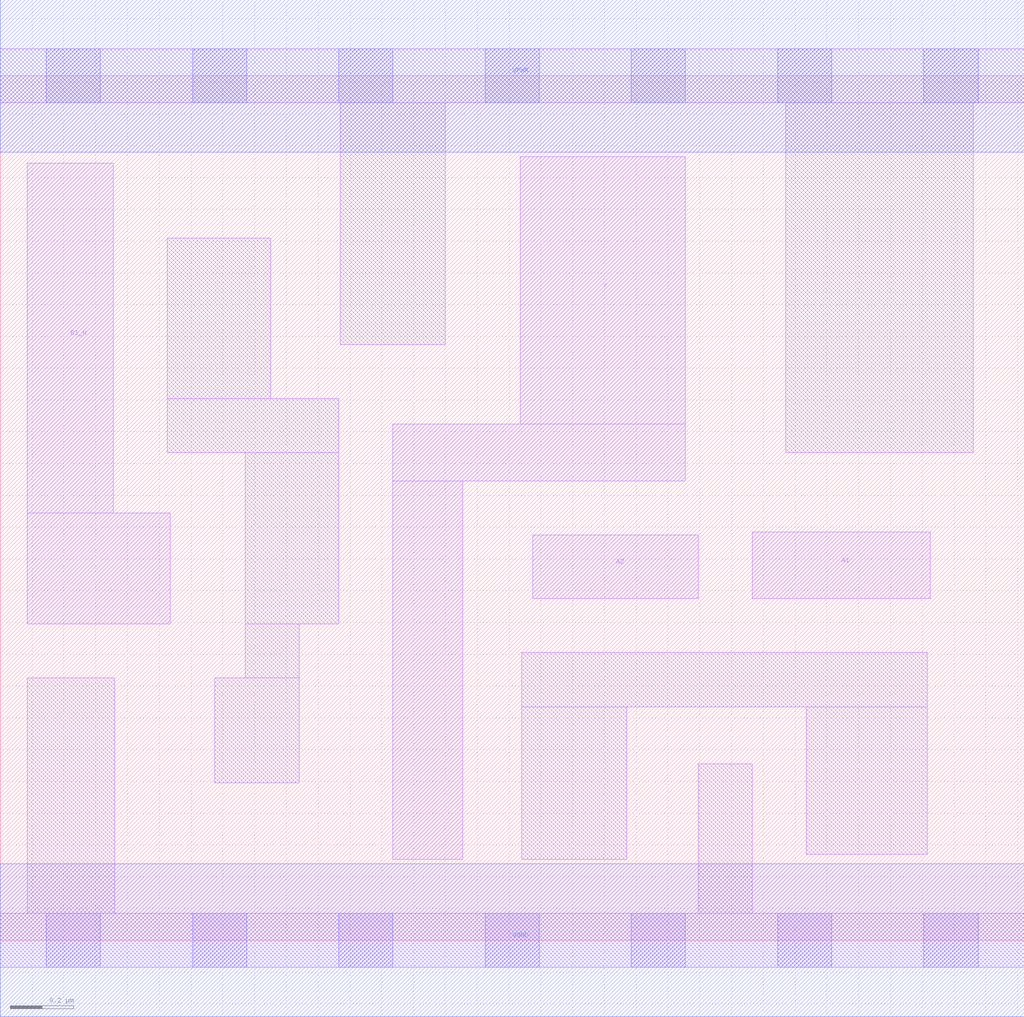
<source format=lef>
# Copyright 2020 The SkyWater PDK Authors
#
# Licensed under the Apache License, Version 2.0 (the "License");
# you may not use this file except in compliance with the License.
# You may obtain a copy of the License at
#
#     https://www.apache.org/licenses/LICENSE-2.0
#
# Unless required by applicable law or agreed to in writing, software
# distributed under the License is distributed on an "AS IS" BASIS,
# WITHOUT WARRANTIES OR CONDITIONS OF ANY KIND, either express or implied.
# See the License for the specific language governing permissions and
# limitations under the License.
#
# SPDX-License-Identifier: Apache-2.0

VERSION 5.7 ;
  NAMESCASESENSITIVE ON ;
  NOWIREEXTENSIONATPIN ON ;
  DIVIDERCHAR "/" ;
  BUSBITCHARS "[]" ;
UNITS
  DATABASE MICRONS 200 ;
END UNITS
PROPERTYDEFINITIONS
  MACRO maskLayoutSubType STRING ;
  MACRO prCellType STRING ;
  MACRO originalViewName STRING ;
END PROPERTYDEFINITIONS
MACRO sky130_fd_sc_hdll__o21bai_1
  CLASS CORE ;
  FOREIGN sky130_fd_sc_hdll__o21bai_1 ;
  ORIGIN  0.000000  0.000000 ;
  SIZE  3.220000 BY  2.720000 ;
  SYMMETRY X Y R90 ;
  SITE unithd ;
  PIN A1
    ANTENNAGATEAREA  0.277500 ;
    DIRECTION INPUT ;
    USE SIGNAL ;
    PORT
      LAYER li1 ;
        RECT 2.365000 1.075000 2.925000 1.285000 ;
    END
  END A1
  PIN A2
    ANTENNAGATEAREA  0.277500 ;
    DIRECTION INPUT ;
    USE SIGNAL ;
    PORT
      LAYER li1 ;
        RECT 1.675000 1.075000 2.195000 1.275000 ;
    END
  END A2
  PIN B1_N
    ANTENNAGATEAREA  0.138600 ;
    DIRECTION INPUT ;
    USE SIGNAL ;
    PORT
      LAYER li1 ;
        RECT 0.085000 0.995000 0.535000 1.345000 ;
        RECT 0.085000 1.345000 0.355000 2.445000 ;
    END
  END B1_N
  PIN VGND
    ANTENNADIFFAREA  0.361500 ;
    DIRECTION INOUT ;
    USE SIGNAL ;
    PORT
      LAYER met1 ;
        RECT 0.000000 -0.240000 3.220000 0.240000 ;
    END
  END VGND
  PIN VPWR
    ANTENNADIFFAREA  0.660700 ;
    DIRECTION INOUT ;
    USE SIGNAL ;
    PORT
      LAYER met1 ;
        RECT 0.000000 2.480000 3.220000 2.960000 ;
    END
  END VPWR
  PIN Y
    ANTENNADIFFAREA  0.521500 ;
    DIRECTION OUTPUT ;
    USE SIGNAL ;
    PORT
      LAYER li1 ;
        RECT 1.235000 0.255000 1.455000 1.445000 ;
        RECT 1.235000 1.445000 2.155000 1.625000 ;
        RECT 1.635000 1.625000 2.155000 2.465000 ;
    END
  END Y
  OBS
    LAYER li1 ;
      RECT 0.000000 -0.085000 3.220000 0.085000 ;
      RECT 0.000000  2.635000 3.220000 2.805000 ;
      RECT 0.085000  0.085000 0.360000 0.825000 ;
      RECT 0.525000  1.535000 1.065000 1.705000 ;
      RECT 0.525000  1.705000 0.850000 2.210000 ;
      RECT 0.675000  0.495000 0.940000 0.825000 ;
      RECT 0.770000  0.825000 0.940000 0.995000 ;
      RECT 0.770000  0.995000 1.065000 1.535000 ;
      RECT 1.070000  1.875000 1.400000 2.635000 ;
      RECT 1.640000  0.255000 1.970000 0.735000 ;
      RECT 1.640000  0.735000 2.915000 0.905000 ;
      RECT 2.195000  0.085000 2.365000 0.555000 ;
      RECT 2.470000  1.535000 3.060000 2.635000 ;
      RECT 2.535000  0.270000 2.915000 0.735000 ;
    LAYER mcon ;
      RECT 0.145000 -0.085000 0.315000 0.085000 ;
      RECT 0.145000  2.635000 0.315000 2.805000 ;
      RECT 0.605000 -0.085000 0.775000 0.085000 ;
      RECT 0.605000  2.635000 0.775000 2.805000 ;
      RECT 1.065000 -0.085000 1.235000 0.085000 ;
      RECT 1.065000  2.635000 1.235000 2.805000 ;
      RECT 1.525000 -0.085000 1.695000 0.085000 ;
      RECT 1.525000  2.635000 1.695000 2.805000 ;
      RECT 1.985000 -0.085000 2.155000 0.085000 ;
      RECT 1.985000  2.635000 2.155000 2.805000 ;
      RECT 2.445000 -0.085000 2.615000 0.085000 ;
      RECT 2.445000  2.635000 2.615000 2.805000 ;
      RECT 2.905000 -0.085000 3.075000 0.085000 ;
      RECT 2.905000  2.635000 3.075000 2.805000 ;
  END
  PROPERTY maskLayoutSubType "abstract" ;
  PROPERTY prCellType "standard" ;
  PROPERTY originalViewName "layout" ;
END sky130_fd_sc_hdll__o21bai_1
END LIBRARY

</source>
